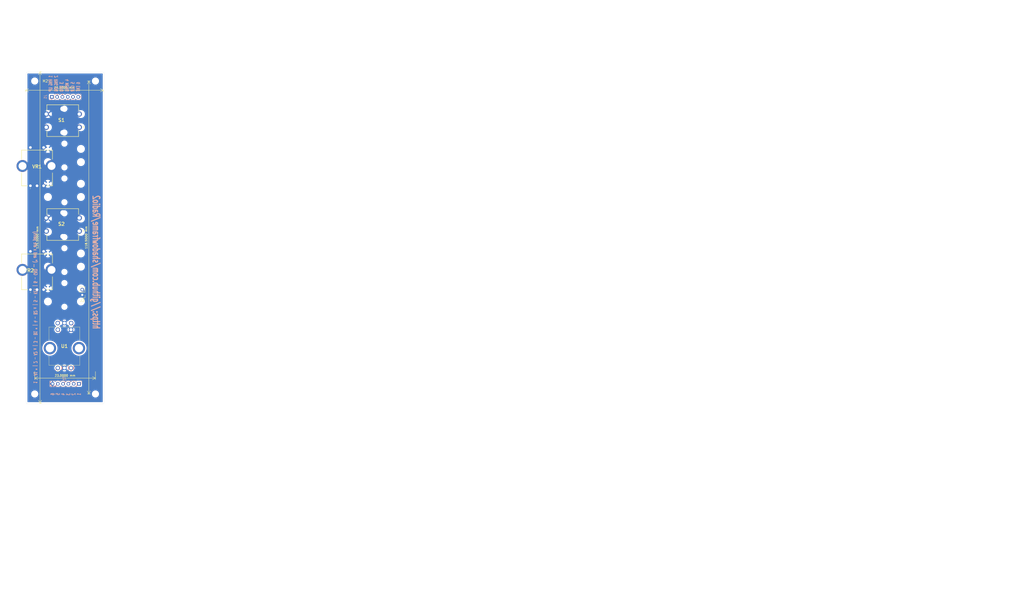
<source format=kicad_pcb>
(kicad_pcb (version 20240108) (generator "pcbnew") (generator_version "8.0")
  (layers (0 "F.Cu" signal "Front") (1 "In1.Cu" signal) (2 "In2.Cu" signal) (31 "B.Cu" signal "Back") (34 "B.Paste" user) (35 "F.Paste" user) (36 "B.SilkS" user "B.Silkscreen") (37 "F.SilkS" user "F.Silkscreen") (38 "B.Mask" user) (39 "F.Mask" user) (44 "Edge.Cuts" user))
  (net 0 "")
  (net 2 "unconnected-(U1-PadMH2)")
  (net 3 "Net-(J2-Pin_4)")
  (net 4 "Net-(J2-Pin_1)")
  (net 5 "GND")
  (net 6 "Net-(J2-Pin_5)")
  (net 7 "Net-(J2-Pin_2)")
  (net 8 "Net-(J2-Pin_3)")
  (net 9 "Net-(J1-Pin_4)")
  (net 10 "Net-(J1-Pin_5)")
  (net 11 "Net-(J1-Pin_6)")
  (net 12 "Net-(J1-Pin_3)")
  (net 13 "Net-(J1-Pin_1)")
  (net 14 "Net-(J1-Pin_2)")
  (net 19 "Net-(J3-Pin_2)")
  (net 20 "Net-(J3-Pin_1)")
  (footprint "Library:Omron-B3F-4055-switch" (layer "F.Cu") (at 86.6065 52)
    (property "Reference" "S1" (at -0.488 -0.204 0) (layer "F.SilkS") (effects (font (size 1.27 1.27) (thickness 0.254))))
    (property "Value" "B3F-4055" (hide yes))
    (fp_line (start -6 -6) (end -6 -3.849) (stroke (width 0.2)) (layer "F.SilkS"))
    (fp_line (start -6 -6) (end 6 -6) (stroke (width 0.2)) (layer "F.SilkS"))
    (fp_line (start -6 6) (end -6 3.849) (stroke (width 0.2)) (layer "F.SilkS"))
    (fp_line (start 6 -6) (end 6 -3.849) (stroke (width 0.2)) (layer "F.SilkS"))
    (fp_line (start 6 6) (end -6 6) (stroke (width 0.2)) (layer "F.SilkS"))
    (fp_line (start 6 6) (end 6 3.849) (stroke (width 0.2)) (layer "F.SilkS"))
    (fp_circle (center 7.855 2.384) (end 7.855 2.466) (stroke (width 0.2)) (fill none) (layer "F.SilkS"))
    (pad "" np_thru_hole circle (at 0 -4.5) (size 1.85 1.85) (drill 1.85) (layers "*.Cu" "*.Mask"))
    (pad "" np_thru_hole circle (at 0 4.5) (size 1.85 1.85) (drill 1.85) (layers "*.Cu" "*.Mask"))
    (pad "1" thru_hole circle (at 6.25 2.5) (size 2 2) (drill 1.25) (layers "*.Cu" "*.Mask") (net 13 "Net-(J1-Pin_1)"))
    (pad "2" thru_hole circle (at -6.25 2.5) (size 2 2) (drill 1.25) (layers "*.Cu" "*.Mask"))
    (pad "3" thru_hole circle (at 6.25 -2.5) (size 2 2) (drill 1.25) (layers "*.Cu" "*.Mask"))
    (pad "4" thru_hole circle (at -6.25 -2.5) (size 2 2) (drill 1.25) (layers "*.Cu" "*.Mask") (net 5 "GND"))
  )
  (footprint "MountingHole:MountingHole_2.2mm_M2" (layer "F.Cu") (at 99 37)
    (property "Reference" "H2" (hide yes))
    (property "Value" "MountingHole")
    (pad "" np_thru_hole circle (at 0 0) (size 2.2 2.2) (drill 2.2) (layers "*.Cu" "*.Mask"))
  )
  (footprint "MountingHole:MountingHole_2.2mm_M2" (layer "F.Cu") (at 76 155.5)
    (property "Reference" "H3" (hide yes))
    (property "Value" "MountingHole")
    (pad "" np_thru_hole circle (at 0 0) (size 2.2 2.2) (drill 2.2) (layers "*.Cu" "*.Mask"))
  )
  (footprint "dual_encoder:EC11EBB24C03" (layer "F.Cu") (at 84.75 145.65)
    (property "Reference" "U1" (at 2.5 -8.262 0) (layer "F.SilkS") (effects (font (size 1.27 1.27) (thickness 0.254))))
    (property "Value" "EC11EBB24C03" (hide yes))
    (fp_line (start -3.35 -15.5) (end 8.35 -15.5) (stroke (width 0.1)) (layer "F.SilkS"))
    (fp_line (start -3.35 -10.5) (end -3.35 -15.5) (stroke (width 0.1)) (layer "F.SilkS"))
    (fp_line (start -3.35 -4.5) (end -3.35 -1) (stroke (width 0.1)) (layer "F.SilkS"))
    (fp_line (start -3.35 -1) (end 8.35 -1) (stroke (width 0.1)) (layer "F.SilkS"))
    (fp_line (start -0.1 1.2) (end -0.1 1.2) (stroke (width 0.2)) (layer "F.SilkS"))
    (fp_line (start 0.1 1.2) (end 0.1 1.2) (stroke (width 0.2)) (layer "F.SilkS"))
    (fp_line (start 8.35 -15.5) (end 8.35 -10.5) (stroke (width 0.1)) (layer "F.SilkS"))
    (fp_line (start 8.35 -1) (end 8.35 -4.5) (stroke (width 0.1)) (layer "F.SilkS"))
    (fp_arc (start -0.1 1.2) (mid 0 1.1) (end 0.1 1.2) (stroke (width 0.2)) (layer "F.SilkS"))
    (fp_arc (start 0.1 1.2) (mid 0 1.3) (end -0.1 1.2) (stroke (width 0.2)) (layer "F.SilkS"))
    (pad "A1" thru_hole circle (at 0 0) (size 1.65 1.65) (drill 1.1) (layers "*.Cu" "*.Mask") (net 4 "Net-(J2-Pin_1)"))
    (pad "A2" thru_hole circle (at -0.04 -17) (size 1.65 1.65) (drill 1.1) (layers "*.Cu" "*.Mask") (net 7 "Net-(J2-Pin_2)"))
    (pad "B1" thru_hole circle (at 5 0) (size 1.65 1.65) (drill 1.1) (layers "*.Cu" "*.Mask") (net 8 "Net-(J2-Pin_3)"))
    (pad "B2" thru_hole circle (at 5.04 -17) (size 1.65 1.65) (drill 1.1) (layers "*.Cu" "*.Mask") (net 3 "Net-(J2-Pin_4)"))
    (pad "C1" thru_hole circle (at 2.5 0) (size 1.65 1.65) (drill 1.1) (layers "*.Cu" "*.Mask") (net 5 "GND"))
    (pad "C2" thru_hole circle (at 2.5 -17) (size 1.65 1.65) (drill 1.1) (layers "*.Cu" "*.Mask") (net 5 "GND"))
    (pad "D1" thru_hole circle (at 0 -14.5) (size 1.65 1.65) (drill 1.1) (layers "*.Cu" "*.Mask") (net 6 "Net-(J2-Pin_5)"))
    (pad "E1" thru_hole circle (at 5 -14.5) (size 1.65 1.65) (drill 1.1) (layers "*.Cu" "*.Mask") (net 5 "GND"))
    (pad "MH1" thru_hole circle (at -3 -7.5) (size 4.708 4.708) (drill 3.1385) (layers "*.Cu" "*.Mask"))
    (pad "MH2" thru_hole circle (at 8 -7.5) (size 4.708 4.708) (drill 3.1385) (layers "*.Cu" "*.Mask") (net 2 "unconnected-(U1-PadMH2)"))
  )
  (footprint "Connector_PinHeader_2.00mm:PinHeader_1x02_P2.00mm_Vertical" (layer "F.Cu") (at 94 118 180)
    (property "Reference" "J3" (at 0 -2.06 360) (layer "F.SilkS"))
    (property "Value" "Conn_01x02_Pin")
    (fp_line (start 1.06 1) (end 1.06 3.06) (stroke (width 0.12)) (layer "F.SilkS"))
    (fp_line (start -1.06 3.06) (end 1.06 3.06) (stroke (width 0.12)) (layer "F.SilkS"))
    (fp_line (start -1.06 1) (end 1.06 1) (stroke (width 0.12)) (layer "F.SilkS"))
    (fp_line (start -1.06 1) (end -1.06 3.06) (stroke (width 0.12)) (layer "F.SilkS"))
    (fp_line (start -1.06 0) (end -1.06 -1.06) (stroke (width 0.12)) (layer "F.SilkS"))
    (fp_line (start -1.06 -1.06) (end 0 -1.06) (stroke (width 0.12)) (layer "F.SilkS"))
    (pad "1" thru_hole rect (at 0 0 180) (size 1.35 1.35) (drill 0.8) (layers "*.Cu" "*.Mask") (net 20 "Net-(J3-Pin_1)"))
    (pad "2" thru_hole oval (at 0 2 180) (size 1.35 1.35) (drill 0.8) (layers "*.Cu" "*.Mask") (net 19 "Net-(J3-Pin_2)"))
  )
  (footprint "MountingHole:MountingHole_2.2mm_M2" (layer "F.Cu") (at 76 37)
    (property "Reference" "M2" (at 4 0 0) (layer "F.SilkS"))
    (property "Value" "MountingHole")
    (pad "" np_thru_hole circle (at 0 0) (size 2.2 2.2) (drill 2.2) (layers "*.Cu" "*.Mask"))
  )
  (footprint "MountingHole:MountingHole_2.2mm_M2" (layer "F.Cu") (at 99 155.5)
    (property "Reference" "H4" (hide yes))
    (property "Value" "MountingHole")
    (pad "" np_thru_hole circle (at 0 0) (size 2.2 2.2) (drill 2.2) (layers "*.Cu" "*.Mask"))
  )
  (footprint "Library:Omron-B3F-4055-switch" (layer "F.Cu") (at 86.6065 91.333332)
    (property "Reference" "S2" (at -0.488 -0.204 0) (layer "F.SilkS") (effects (font (size 1.27 1.27) (thickness 0.254))))
    (property "Value" "B3F-4055" (hide yes))
    (fp_line (start -6 -6) (end -6 -3.849) (stroke (width 0.2)) (layer "F.SilkS"))
    (fp_line (start -6 -6) (end 6 -6) (stroke (width 0.2)) (layer "F.SilkS"))
    (fp_line (start -6 6) (end -6 3.849) (stroke (width 0.2)) (layer "F.SilkS"))
    (fp_line (start 6 -6) (end 6 -3.849) (stroke (width 0.2)) (layer "F.SilkS"))
    (fp_line (start 6 6) (end -6 6) (stroke (width 0.2)) (layer "F.SilkS"))
    (fp_line (start 6 6) (end 6 3.849) (stroke (width 0.2)) (layer "F.SilkS"))
    (fp_circle (center 7.855 2.384) (end 7.855 2.466) (stroke (width 0.2)) (fill none) (layer "F.SilkS"))
    (pad "" np_thru_hole circle (at 0 -4.5) (size 1.85 1.85) (drill 1.85) (layers "*.Cu" "*.Mask"))
    (pad "" np_thru_hole circle (at 0 4.5) (size 1.85 1.85) (drill 1.85) (layers "*.Cu" "*.Mask"))
    (pad "1" thru_hole circle (at 6.25 2.5) (size 2 2) (drill 1.25) (layers "*.Cu" "*.Mask") (net 10 "Net-(J1-Pin_5)"))
    (pad "2" thru_hole circle (at -6.25 2.5) (size 2 2) (drill 1.25) (layers "*.Cu" "*.Mask"))
    (pad "3" thru_hole circle (at 6.25 -2.5) (size 2 2) (drill 1.25) (layers "*.Cu" "*.Mask"))
    (pad "4" thru_hole circle (at -6.25 -2.5) (size 2 2) (drill 1.25) (layers "*.Cu" "*.Mask") (net 5 "GND"))
  )
  (footprint "Library:EC11E1534408" (layer "F.Cu") (at 74.370014 76.666666)
    (property "Reference" "VR1" (at 2.5 -7.25 0) (layer "F.SilkS") (effects (font (size 1.27 1.27) (thickness 0.254))))
    (property "Value" "EC11E1534408" (hide yes))
    (fp_line (start -3.35 -13.5) (end 8.35 -13.5) (stroke (width 0.2)) (layer "F.SilkS"))
    (fp_line (start -3.35 -10.05) (end -3.35 -13.5) (stroke (width 0.2)) (layer "F.SilkS"))
    (fp_line (start -3.35 -4.9) (end -3.35 0) (stroke (width 0.2)) (layer "F.SilkS"))
    (fp_line (start -3.35 0) (end -1.2 0) (stroke (width 0.2)) (layer "F.SilkS"))
    (fp_line (start -1.2 0) (end -1 0) (stroke (width 0.2)) (layer "F.SilkS"))
    (fp_line (start 0 1) (end 0 1) (stroke (width 0.1)) (layer "F.SilkS"))
    (fp_line (start 0 1.1) (end 0 1.1) (stroke (width 0.1)) (layer "F.SilkS"))
    (fp_line (start 8.35 -13.5) (end 8.35 -10.05) (stroke (width 0.2)) (layer "F.SilkS"))
    (fp_line (start 8.35 -4.9) (end 8.35 0) (stroke (width 0.2)) (layer "F.SilkS"))
    (fp_line (start 8.35 0) (end 6 0) (stroke (width 0.2)) (layer "F.SilkS"))
    (fp_arc (start 0 1) (mid 0.05 1.05) (end 0 1.1) (stroke (width 0.1)) (layer "F.SilkS"))
    (fp_arc (start 0 1.1) (mid -0.05 1.05) (end 0 1) (stroke (width 0.1)) (layer "F.SilkS"))
    (pad "A1" thru_hole rect (at 0 0) (size 1.5 1.5) (drill 1) (layers "*.Cu" "*.Mask") (net 9 "Net-(J1-Pin_4)"))
    (pad "B1" thru_hole circle (at 5 0) (size 1.5 1.5) (drill 1) (layers "*.Cu" "*.Mask") (net 12 "Net-(J1-Pin_3)"))
    (pad "C1" thru_hole circle (at 2.5 0) (size 1.5 1.5) (drill 1) (layers "*.Cu" "*.Mask") (net 5 "GND"))
    (pad "D1" thru_hole circle (at 0 -14.5) (size 1.5 1.5) (drill 1) (layers "*.Cu" "*.Mask") (net 14 "Net-(J1-Pin_2)"))
    (pad "E1" thru_hole circle (at 5 -14.5) (size 1.5 1.5) (drill 1) (layers "*.Cu" "*.Mask") (net 5 "GND"))
    (pad "MH1" thru_hole circle (at -3 -7.5) (size 4.5 4.5) (drill 3) (layers "*.Cu" "*.Mask"))
    (pad "MH2" thru_hole circle (at 8 -7.5) (size 4.5 4.5) (drill 3) (layers "*.Cu" "*.Mask"))
  )
  (footprint "Library:EC11E1534408" (layer "F.Cu") (at 74.370014 116)
    (property "Reference" "VR2" (at -0.5 -7.25 0) (layer "F.SilkS") (effects (font (size 1.27 1.27) (thickness 0.254))))
    (property "Value" "EC11E1534408" (hide yes))
    (fp_line (start -3.35 -13.5) (end 8.35 -13.5) (stroke (width 0.2)) (layer "F.SilkS"))
    (fp_line (start -3.35 -10.05) (end -3.35 -13.5) (stroke (width 0.2)) (layer "F.SilkS"))
    (fp_line (start -3.35 -4.9) (end -3.35 0) (stroke (width 0.2)) (layer "F.SilkS"))
    (fp_line (start -3.35 0) (end -1.2 0) (stroke (width 0.2)) (layer "F.SilkS"))
    (fp_line (start -1.2 0) (end -1 0) (stroke (width 0.2)) (layer "F.SilkS"))
    (fp_line (start 0 1) (end 0 1) (stroke (width 0.1)) (layer "F.SilkS"))
    (fp_line (start 0 1.1) (end 0 1.1) (stroke (width 0.1)) (layer "F.SilkS"))
    (fp_line (start 8.35 -13.5) (end 8.35 -10.05) (stroke (width 0.2)) (layer "F.SilkS"))
    (fp_line (start 8.35 -4.9) (end 8.35 0) (stroke (width 0.2)) (layer "F.SilkS"))
    (fp_line (start 8.35 0) (end 6 0) (stroke (width 0.2)) (layer "F.SilkS"))
    (fp_arc (start 0 1) (mid 0.05 1.05) (end 0 1.1) (stroke (width 0.1)) (layer "F.SilkS"))
    (fp_arc (start 0 1.1) (mid -0.05 1.05) (end 0 1) (stroke (width 0.1)) (layer "F.SilkS"))
    (pad "A1" thru_hole rect (at 0 0) (size 1.5 1.5) (drill 1) (layers "*.Cu" "*.Mask") (net 20 "Net-(J3-Pin_1)"))
    (pad "B1" thru_hole circle (at 5 0) (size 1.5 1.5) (drill 1) (layers "*.Cu" "*.Mask") (net 19 "Net-(J3-Pin_2)"))
    (pad "C1" thru_hole circle (at 2.5 0) (size 1.5 1.5) (drill 1) (layers "*.Cu" "*.Mask") (net 5 "GND"))
    (pad "D1" thru_hole circle (at 0 -14.5) (size 1.5 1.5) (drill 1) (layers "*.Cu" "*.Mask") (net 11 "Net-(J1-Pin_6)"))
    (pad "E1" thru_hole circle (at 5 -14.5) (size 1.5 1.5) (drill 1) (layers "*.Cu" "*.Mask") (net 5 "GND"))
    (pad "MH1" thru_hole circle (at -3 -7.5) (size 4.5 4.5) (drill 3) (layers "*.Cu" "*.Mask"))
    (pad "MH2" thru_hole circle (at 8 -7.5) (size 4.5 4.5) (drill 3) (layers "*.Cu" "*.Mask"))
  )
  (footprint "Connector_PinSocket_2.00mm:PinSocket_1x06_P2.00mm_Vertical" (layer "B.Cu") (at 82.5 43 -90)
    (property "Reference" "J1" (at 0 2.5 90) (layer "B.SilkS") (effects (justify mirror)))
    (property "Value" "Conn_01x06_Pin")
    (fp_line (start 1.06 1.06) (end 0 1.06) (stroke (width 0.12)) (layer "B.SilkS"))
    (fp_line (start 1.06 0) (end 1.06 1.06) (stroke (width 0.12)) (layer "B.SilkS"))
    (fp_line (start 1.06 -1) (end -1.06 -1) (stroke (width 0.12)) (layer "B.SilkS"))
    (fp_line (start -1.06 -11.06) (end -1.06 -1) (stroke (width 0.12)) (layer "B.SilkS"))
    (fp_line (start 1.06 -11.06) (end 1.06 -1) (stroke (width 0.12)) (layer "B.SilkS"))
    (fp_line (start 1.06 -11.06) (end -1.06 -11.06) (stroke (width 0.12)) (layer "B.SilkS"))
    (pad "1" thru_hole rect (at 0 0 270) (size 1.35 1.35) (drill 0.8) (layers "*.Cu" "*.Mask") (net 13 "Net-(J1-Pin_1)"))
    (pad "2" thru_hole oval (at 0 -2 270) (size 1.35 1.35) (drill 0.8) (layers "*.Cu" "*.Mask") (net 14 "Net-(J1-Pin_2)"))
    (pad "3" thru_hole oval (at 0 -4 270) (size 1.35 1.35) (drill 0.8) (layers "*.Cu" "*.Mask") (net 12 "Net-(J1-Pin_3)"))
    (pad "4" thru_hole oval (at 0 -6 270) (size 1.35 1.35) (drill 0.8) (layers "*.Cu" "*.Mask") (net 9 "Net-(J1-Pin_4)"))
    (pad "5" thru_hole oval (at 0 -8 270) (size 1.35 1.35) (drill 0.8) (layers "*.Cu" "*.Mask") (net 10 "Net-(J1-Pin_5)"))
    (pad "6" thru_hole oval (at 0 -10 270) (size 1.35 1.35) (drill 0.8) (layers "*.Cu" "*.Mask") (net 11 "Net-(J1-Pin_6)"))
  )
  (footprint "Connector_PinSocket_2.00mm:PinSocket_1x06_P2.00mm_Vertical" (layer "B.Cu") (at 92.75 151.65 90)
    (property "Reference" "J2" (at 2 -5.5 180) (layer "B.SilkS") (effects (justify mirror)))
    (property "Value" "Conn_01x06_Pin")
    (fp_line (start 1.06 -11.06) (end -1.06 -11.06) (stroke (width 0.12)) (layer "B.SilkS"))
    (fp_line (start 1.06 -11.06) (end 1.06 -1) (stroke (width 0.12)) (layer "B.SilkS"))
    (fp_line (start -1.06 -11.06) (end -1.06 -1) (stroke (width 0.12)) (layer "B.SilkS"))
    (fp_line (start 1.06 -1) (end -1.06 -1) (stroke (width 0.12)) (layer "B.SilkS"))
    (fp_line (start 1.06 0) (end 1.06 1.06) (stroke (width 0.12)) (layer "B.SilkS"))
    (fp_line (start 1.06 1.06) (end 0 1.06) (stroke (width 0.12)) (layer "B.SilkS"))
    (pad "1" thru_hole rect (at 0 0 90) (size 1.35 1.35) (drill 0.8) (layers "*.Cu" "*.Mask") (net 4 "Net-(J2-Pin_1)"))
    (pad "2" thru_hole oval (at 0 -2 90) (size 1.35 1.35) (drill 0.8) (layers "*.Cu" "*.Mask") (net 7 "Net-(J2-Pin_2)"))
    (pad "3" thru_hole oval (at 0 -4 90) (size 1.35 1.35) (drill 0.8) (layers "*.Cu" "*.Mask") (net 8 "Net-(J2-Pin_3)"))
    (pad "4" thru_hole oval (at 0 -6 90) (size 1.35 1.35) (drill 0.8) (layers "*.Cu" "*.Mask") (net 3 "Net-(J2-Pin_4)"))
    (pad "5" thru_hole oval (at 0 -8 90) (size 1.35 1.35) (drill 0.8) (layers "*.Cu" "*.Mask") (net 6 "Net-(J2-Pin_5)"))
    (pad "6" thru_hole oval (at 0 -10 90) (size 1.35 1.35) (drill 0.8) (layers "*.Cu" "*.Mask") (net 5 "GND"))
  )
  (gr_rect (start 72.75 33.65) (end 102.25 159.15) (stroke (width 0.0381)) (fill none) (layer "Edge.Cuts"))
  (gr_text "1" (at 92.75 155.6 90) (layer "B.SilkS") (effects (font (size 1.3 0.8) (thickness 0.2)) (justify mirror)))
  (gr_text "2" (at 90.75 155.6 90) (layer "B.SilkS") (effects (font (size 1.3 0.8) (thickness 0.2)) (justify mirror)))
  (gr_text "5" (at 84.75 155.55 90) (layer "B.SilkS") (effects (font (size 1.3 0.8) (thickness 0.2)) (justify mirror)))
  (gr_text "6" (at 82.75 155.6 90) (layer "B.SilkS") (effects (font (size 1.3 0.8) (thickness 0.2) (bold yes)) (justify mirror)))
  (gr_text "https://github.com/shadowframe/Radio2" (at 99.25 131.1 270) (layer "B.SilkS") (effects (font (size 2.6 1.6) (thickness 0.4) (bold yes)) (justify left mirror)))
  (gr_text "3" (at 88.75 155.6 90) (layer "B.SilkS") (effects (font (size 1.3 0.8) (thickness 0.2)) (justify mirror)))
  (gr_text "1 RNG UP\n2 RNG DN\n3 DTO\n4 MENU\n5 CLR\n6 ENT" (at 87.25 41.1 90) (layer "B.SilkS") (effects (font (size 1.3 0.8) (thickness 0.2) (bold yes)) (justify right mirror)))
  (gr_text "4" (at 86.75 155.6 90) (layer "B.SilkS") (effects (font (size 1.3 0.8) (thickness 0.2)) (justify mirror)))
  (gr_text "1 - A1 * | 2 - A2 x | 3 - B1 * | 4 - B2 x | 5 - KEY | 6 - GND ... (* and x are pairs)" (at 76.25 151.6 270) (layer "B.SilkS") (effects (font (size 1.3 0.8) (thickness 0.2) (bold yes)) (justify left mirror)))
  (dimension (type aligned) (layer "F.SilkS") (pts (xy 77.5 33.5) (xy 77.5 159)) (height -0.499999) (gr_text "125.5000 mm" (at 77.034799 96.25 90) (layer "F.SilkS") (effects (font (size 0.8128 0.8128) (thickness 0.1524)))) (format (prefix "") (suffix "") (units 3) (units_format 1) (precision 4)) (style (thickness 0.1524) (arrow_length 1.27) (text_position_mode 0) (extension_height 0.58642) (extension_offset 0.5) keep_text_aligned))
  (dimension (type aligned) (layer "F.SilkS") (pts (xy 97.55 155.5) (xy 97.55 37)) (height -1.05) (gr_text "118.5000 mm" (at 95.5348 96.25 90) (layer "F.SilkS") (effects (font (size 0.8128 0.8128) (thickness 0.1524)))) (format (prefix "") (suffix "") (units 3) (units_format 1) (precision 4)) (style (thickness 0.1524) (arrow_length 1.27) (text_position_mode 0) (extension_height 0.58642) (extension_offset 0.5) keep_text_aligned))
  (dimension (type aligned) (layer "F.SilkS") (pts (xy 76 146.5) (xy 99 146.5)) (height 3) (gr_text "23.0000 mm" (at 87.5 148.5348 0) (layer "F.SilkS") (effects (font (size 0.8128 0.8128) (thickness 0.1524)))) (format (prefix "") (suffix "") (units 3) (units_format 1) (precision 4)) (style (thickness 0.1524) (arrow_length 1.27) (text_position_mode 0) (extension_height 0.58642) (extension_offset 0.5) keep_text_aligned))
  (dimension (type aligned) (layer "F.SilkS") (pts (xy 102 40) (xy 72.5 40)) (height -0.5) (gr_text "29.5000 mm" (at 87.25 39.5348 0) (layer "F.SilkS") (effects (font (size 0.8128 0.8128) (thickness 0.1524)))) (format (prefix "") (suffix "") (units 3) (units_format 1) (precision 4)) (style (thickness 0.1524) (arrow_length 1.27) (text_position_mode 0) (extension_height 0.58642) (extension_offset 0.5) keep_text_aligned))
  (segment (start 92.75 138.15) (end 92.25 137.65) (width 0.127) (layer "F.Cu") (net 2))
  (segment (start 91.75 130.61) (end 91.75 131.15) (width 0.127) (layer "F.Cu") (net 3))
  (segment (start 88.7345 149.6655) (end 86.75 151.65) (width 0.127) (layer "F.Cu") (net 3))
  (segment (start 88.7345 134.1655) (end 88.7345 149.6655) (width 0.127) (layer "F.Cu") (net 3))
  (segment (start 91.75 131.15) (end 88.7345 134.1655) (width 0.127) (layer "F.Cu") (net 3))
  (segment (start 89.79 128.65) (end 91.75 130.61) (width 0.127) (layer "F.Cu") (net 3))
  (segment (start 81.25 153.15) (end 81.75 153.65) (width 0.127) (layer "F.Cu") (net 4))
  (segment (start 90.75 153.65) (end 92.75 151.65) (width 0.127) (layer "F.Cu") (net 4))
  (segment (start 81.75 153.65) (end 90.75 153.65) (width 0.127) (layer "F.Cu") (net 4))
  (segment (start 84.75 145.65) (end 81.25 149.15) (width 0.127) (layer "F.Cu") (net 4))
  (segment (start 81.25 149.15) (end 81.25 153.15) (width 0.127) (layer "F.Cu") (net 4))
  (segment (start 81.8845 152.008502) (end 81.8845 150.420634) (width 0.127) (layer "F.Cu") (net 6))
  (segment (start 86.2345 132.6345) (end 84.75 131.15) (width 0.127) (layer "F.Cu") (net 6))
  (segment (start 83.8845 152.5155) (end 82.391498 152.5155) (width 0.127) (layer "F.Cu") (net 6))
  (segment (start 82.391498 152.5155) (end 81.8845 152.008502) (width 0.127) (layer "F.Cu") (net 6))
  (segment (start 86.2345 146.070634) (end 86.2345 132.6345) (width 0.127) (layer "F.Cu") (net 6))
  (segment (start 84.75 151.65) (end 83.8845 152.5155) (width 0.127) (layer "F.Cu") (net 6))
  (segment (start 81.8845 150.420634) (end 86.2345 146.070634) (width 0.127) (layer "F.Cu") (net 6))
  (segment (start 92.75 127.15) (end 91.75 126.15) (width 0.127) (layer "F.Cu") (net 7))
  (segment (start 89.75 141.65) (end 89.75 135.65) (width 0.127) (layer "F.Cu") (net 7))
  (segment (start 91.75 126.15) (end 87.21 126.15) (width 0.127) (layer "F.Cu") (net 7))
  (segment (start 87.21 126.15) (end 84.71 128.65) (width 0.127) (layer "F.Cu") (net 7))
  (segment (start 90.7655 142.6655) (end 89.75 141.65) (width 0.127) (layer "F.Cu") (net 7))
  (segment (start 90.75 151.65) (end 90.7655 151.6345) (width 0.127) (layer "F.Cu") (net 7))
  (segment (start 92.75 132.65) (end 92.75 127.15) (width 0.127) (layer "F.Cu") (net 7))
  (segment (start 89.75 135.65) (end 92.75 132.65) (width 0.127) (layer "F.Cu") (net 7))
  (segment (start 90.7655 151.6345) (end 90.7655 142.6655) (width 0.127) (layer "F.Cu") (net 7))
  (segment (start 89.75 145.65) (end 89.75 150.65) (width 0.127) (layer "F.Cu") (net 8))
  (segment (start 89.75 150.65) (end 88.75 151.65) (width 0.127) (layer "F.Cu") (net 8))
  (segment (start 88.5 43) (end 88.5 44) (width 0.127) (layer "F.Cu") (net 9))
  (segment (start 90.5 44) (end 90.5 43) (width 0.127) (layer "F.Cu") (net 10))
  (segment (start 92.5 43) (end 95 43) (width 0.127) (layer "F.Cu") (net 11))
  (segment (start 95 43) (end 98 46) (width 0.127) (layer "F.Cu") (net 11))
  (segment (start 78.5 41.5) (end 80.5 39.5) (width 0.127) (layer "F.Cu") (net 12))
  (segment (start 78.5 44.5) (end 78.5 41.5) (width 0.127) (layer "F.Cu") (net 12))
  (segment (start 86.5 42) (end 86.5 43) (width 0.127) (layer "F.Cu") (net 12))
  (segment (start 84 39.5) (end 86.5 42) (width 0.127) (layer "F.Cu") (net 12))
  (segment (start 80.5 39.5) (end 84 39.5) (width 0.127) (layer "F.Cu") (net 12))
  (segment (start 82.5 44.5) (end 83 45) (width 0.127) (layer "F.Cu") (net 13))
  (segment (start 82.5 43) (end 82.5 44.5) (width 0.127) (layer "F.Cu") (net 13))
  (segment (start 83.5 41) (end 81 41) (width 0.127) (layer "F.Cu") (net 14))
  (segment (start 84.5 42) (end 83.5 41) (width 0.127) (layer "F.Cu") (net 14))
  (segment (start 80 42) (end 80 44) (width 0.127) (layer "F.Cu") (net 14))
  (segment (start 81 41) (end 80 42) (width 0.127) (layer "F.Cu") (net 14))
  (segment (start 84.5 43) (end 84.5 42) (width 0.127) (layer "F.Cu") (net 14))
  (zone (net 5) (net_name "GND") (layer "B.Cu") (connect_pads (clearance 0.5)) (min_thickness 0.25) (fill yes (thermal_gap 0.5) (thermal_bridge_width 0.5))
    (polygon (pts (xy 101.75 34.1) (xy 73.25 34.1) (xy 73.25 158.6) (xy 101.75 158.6)))
  )
)
</source>
